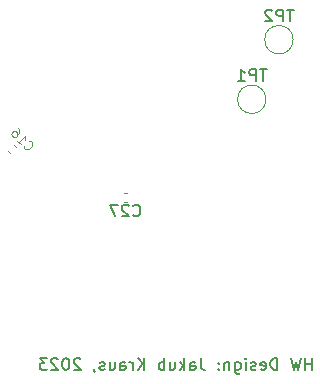
<source format=gbr>
%TF.GenerationSoftware,KiCad,Pcbnew,7.0.6*%
%TF.CreationDate,2023-10-15T13:38:33+02:00*%
%TF.ProjectId,fx3lahw,6678336c-6168-4772-9e6b-696361645f70,rev?*%
%TF.SameCoordinates,Original*%
%TF.FileFunction,Legend,Bot*%
%TF.FilePolarity,Positive*%
%FSLAX46Y46*%
G04 Gerber Fmt 4.6, Leading zero omitted, Abs format (unit mm)*
G04 Created by KiCad (PCBNEW 7.0.6) date 2023-10-15 13:38:33*
%MOMM*%
%LPD*%
G01*
G04 APERTURE LIST*
%ADD10C,0.150000*%
%ADD11C,0.120000*%
G04 APERTURE END LIST*
D10*
X105729220Y-187727190D02*
X105729220Y-186727190D01*
X105729220Y-187203380D02*
X105157792Y-187203380D01*
X105157792Y-187727190D02*
X105157792Y-186727190D01*
X104776839Y-186727190D02*
X104538744Y-187727190D01*
X104538744Y-187727190D02*
X104348268Y-187012904D01*
X104348268Y-187012904D02*
X104157792Y-187727190D01*
X104157792Y-187727190D02*
X103919697Y-186727190D01*
X102776839Y-187727190D02*
X102776839Y-186727190D01*
X102776839Y-186727190D02*
X102538744Y-186727190D01*
X102538744Y-186727190D02*
X102395887Y-186774809D01*
X102395887Y-186774809D02*
X102300649Y-186870047D01*
X102300649Y-186870047D02*
X102253030Y-186965285D01*
X102253030Y-186965285D02*
X102205411Y-187155761D01*
X102205411Y-187155761D02*
X102205411Y-187298618D01*
X102205411Y-187298618D02*
X102253030Y-187489094D01*
X102253030Y-187489094D02*
X102300649Y-187584332D01*
X102300649Y-187584332D02*
X102395887Y-187679571D01*
X102395887Y-187679571D02*
X102538744Y-187727190D01*
X102538744Y-187727190D02*
X102776839Y-187727190D01*
X101395887Y-187679571D02*
X101491125Y-187727190D01*
X101491125Y-187727190D02*
X101681601Y-187727190D01*
X101681601Y-187727190D02*
X101776839Y-187679571D01*
X101776839Y-187679571D02*
X101824458Y-187584332D01*
X101824458Y-187584332D02*
X101824458Y-187203380D01*
X101824458Y-187203380D02*
X101776839Y-187108142D01*
X101776839Y-187108142D02*
X101681601Y-187060523D01*
X101681601Y-187060523D02*
X101491125Y-187060523D01*
X101491125Y-187060523D02*
X101395887Y-187108142D01*
X101395887Y-187108142D02*
X101348268Y-187203380D01*
X101348268Y-187203380D02*
X101348268Y-187298618D01*
X101348268Y-187298618D02*
X101824458Y-187393856D01*
X100967315Y-187679571D02*
X100872077Y-187727190D01*
X100872077Y-187727190D02*
X100681601Y-187727190D01*
X100681601Y-187727190D02*
X100586363Y-187679571D01*
X100586363Y-187679571D02*
X100538744Y-187584332D01*
X100538744Y-187584332D02*
X100538744Y-187536713D01*
X100538744Y-187536713D02*
X100586363Y-187441475D01*
X100586363Y-187441475D02*
X100681601Y-187393856D01*
X100681601Y-187393856D02*
X100824458Y-187393856D01*
X100824458Y-187393856D02*
X100919696Y-187346237D01*
X100919696Y-187346237D02*
X100967315Y-187250999D01*
X100967315Y-187250999D02*
X100967315Y-187203380D01*
X100967315Y-187203380D02*
X100919696Y-187108142D01*
X100919696Y-187108142D02*
X100824458Y-187060523D01*
X100824458Y-187060523D02*
X100681601Y-187060523D01*
X100681601Y-187060523D02*
X100586363Y-187108142D01*
X100110172Y-187727190D02*
X100110172Y-187060523D01*
X100110172Y-186727190D02*
X100157791Y-186774809D01*
X100157791Y-186774809D02*
X100110172Y-186822428D01*
X100110172Y-186822428D02*
X100062553Y-186774809D01*
X100062553Y-186774809D02*
X100110172Y-186727190D01*
X100110172Y-186727190D02*
X100110172Y-186822428D01*
X99205411Y-187060523D02*
X99205411Y-187870047D01*
X99205411Y-187870047D02*
X99253030Y-187965285D01*
X99253030Y-187965285D02*
X99300649Y-188012904D01*
X99300649Y-188012904D02*
X99395887Y-188060523D01*
X99395887Y-188060523D02*
X99538744Y-188060523D01*
X99538744Y-188060523D02*
X99633982Y-188012904D01*
X99205411Y-187679571D02*
X99300649Y-187727190D01*
X99300649Y-187727190D02*
X99491125Y-187727190D01*
X99491125Y-187727190D02*
X99586363Y-187679571D01*
X99586363Y-187679571D02*
X99633982Y-187631951D01*
X99633982Y-187631951D02*
X99681601Y-187536713D01*
X99681601Y-187536713D02*
X99681601Y-187250999D01*
X99681601Y-187250999D02*
X99633982Y-187155761D01*
X99633982Y-187155761D02*
X99586363Y-187108142D01*
X99586363Y-187108142D02*
X99491125Y-187060523D01*
X99491125Y-187060523D02*
X99300649Y-187060523D01*
X99300649Y-187060523D02*
X99205411Y-187108142D01*
X98729220Y-187060523D02*
X98729220Y-187727190D01*
X98729220Y-187155761D02*
X98681601Y-187108142D01*
X98681601Y-187108142D02*
X98586363Y-187060523D01*
X98586363Y-187060523D02*
X98443506Y-187060523D01*
X98443506Y-187060523D02*
X98348268Y-187108142D01*
X98348268Y-187108142D02*
X98300649Y-187203380D01*
X98300649Y-187203380D02*
X98300649Y-187727190D01*
X97824458Y-187631951D02*
X97776839Y-187679571D01*
X97776839Y-187679571D02*
X97824458Y-187727190D01*
X97824458Y-187727190D02*
X97872077Y-187679571D01*
X97872077Y-187679571D02*
X97824458Y-187631951D01*
X97824458Y-187631951D02*
X97824458Y-187727190D01*
X97824458Y-187108142D02*
X97776839Y-187155761D01*
X97776839Y-187155761D02*
X97824458Y-187203380D01*
X97824458Y-187203380D02*
X97872077Y-187155761D01*
X97872077Y-187155761D02*
X97824458Y-187108142D01*
X97824458Y-187108142D02*
X97824458Y-187203380D01*
X96300649Y-186727190D02*
X96300649Y-187441475D01*
X96300649Y-187441475D02*
X96348268Y-187584332D01*
X96348268Y-187584332D02*
X96443506Y-187679571D01*
X96443506Y-187679571D02*
X96586363Y-187727190D01*
X96586363Y-187727190D02*
X96681601Y-187727190D01*
X95395887Y-187727190D02*
X95395887Y-187203380D01*
X95395887Y-187203380D02*
X95443506Y-187108142D01*
X95443506Y-187108142D02*
X95538744Y-187060523D01*
X95538744Y-187060523D02*
X95729220Y-187060523D01*
X95729220Y-187060523D02*
X95824458Y-187108142D01*
X95395887Y-187679571D02*
X95491125Y-187727190D01*
X95491125Y-187727190D02*
X95729220Y-187727190D01*
X95729220Y-187727190D02*
X95824458Y-187679571D01*
X95824458Y-187679571D02*
X95872077Y-187584332D01*
X95872077Y-187584332D02*
X95872077Y-187489094D01*
X95872077Y-187489094D02*
X95824458Y-187393856D01*
X95824458Y-187393856D02*
X95729220Y-187346237D01*
X95729220Y-187346237D02*
X95491125Y-187346237D01*
X95491125Y-187346237D02*
X95395887Y-187298618D01*
X94919696Y-187727190D02*
X94919696Y-186727190D01*
X94824458Y-187346237D02*
X94538744Y-187727190D01*
X94538744Y-187060523D02*
X94919696Y-187441475D01*
X93681601Y-187060523D02*
X93681601Y-187727190D01*
X94110172Y-187060523D02*
X94110172Y-187584332D01*
X94110172Y-187584332D02*
X94062553Y-187679571D01*
X94062553Y-187679571D02*
X93967315Y-187727190D01*
X93967315Y-187727190D02*
X93824458Y-187727190D01*
X93824458Y-187727190D02*
X93729220Y-187679571D01*
X93729220Y-187679571D02*
X93681601Y-187631951D01*
X93205410Y-187727190D02*
X93205410Y-186727190D01*
X93205410Y-187108142D02*
X93110172Y-187060523D01*
X93110172Y-187060523D02*
X92919696Y-187060523D01*
X92919696Y-187060523D02*
X92824458Y-187108142D01*
X92824458Y-187108142D02*
X92776839Y-187155761D01*
X92776839Y-187155761D02*
X92729220Y-187250999D01*
X92729220Y-187250999D02*
X92729220Y-187536713D01*
X92729220Y-187536713D02*
X92776839Y-187631951D01*
X92776839Y-187631951D02*
X92824458Y-187679571D01*
X92824458Y-187679571D02*
X92919696Y-187727190D01*
X92919696Y-187727190D02*
X93110172Y-187727190D01*
X93110172Y-187727190D02*
X93205410Y-187679571D01*
X91538743Y-187727190D02*
X91538743Y-186727190D01*
X90967315Y-187727190D02*
X91395886Y-187155761D01*
X90967315Y-186727190D02*
X91538743Y-187298618D01*
X90538743Y-187727190D02*
X90538743Y-187060523D01*
X90538743Y-187250999D02*
X90491124Y-187155761D01*
X90491124Y-187155761D02*
X90443505Y-187108142D01*
X90443505Y-187108142D02*
X90348267Y-187060523D01*
X90348267Y-187060523D02*
X90253029Y-187060523D01*
X89491124Y-187727190D02*
X89491124Y-187203380D01*
X89491124Y-187203380D02*
X89538743Y-187108142D01*
X89538743Y-187108142D02*
X89633981Y-187060523D01*
X89633981Y-187060523D02*
X89824457Y-187060523D01*
X89824457Y-187060523D02*
X89919695Y-187108142D01*
X89491124Y-187679571D02*
X89586362Y-187727190D01*
X89586362Y-187727190D02*
X89824457Y-187727190D01*
X89824457Y-187727190D02*
X89919695Y-187679571D01*
X89919695Y-187679571D02*
X89967314Y-187584332D01*
X89967314Y-187584332D02*
X89967314Y-187489094D01*
X89967314Y-187489094D02*
X89919695Y-187393856D01*
X89919695Y-187393856D02*
X89824457Y-187346237D01*
X89824457Y-187346237D02*
X89586362Y-187346237D01*
X89586362Y-187346237D02*
X89491124Y-187298618D01*
X88586362Y-187060523D02*
X88586362Y-187727190D01*
X89014933Y-187060523D02*
X89014933Y-187584332D01*
X89014933Y-187584332D02*
X88967314Y-187679571D01*
X88967314Y-187679571D02*
X88872076Y-187727190D01*
X88872076Y-187727190D02*
X88729219Y-187727190D01*
X88729219Y-187727190D02*
X88633981Y-187679571D01*
X88633981Y-187679571D02*
X88586362Y-187631951D01*
X88157790Y-187679571D02*
X88062552Y-187727190D01*
X88062552Y-187727190D02*
X87872076Y-187727190D01*
X87872076Y-187727190D02*
X87776838Y-187679571D01*
X87776838Y-187679571D02*
X87729219Y-187584332D01*
X87729219Y-187584332D02*
X87729219Y-187536713D01*
X87729219Y-187536713D02*
X87776838Y-187441475D01*
X87776838Y-187441475D02*
X87872076Y-187393856D01*
X87872076Y-187393856D02*
X88014933Y-187393856D01*
X88014933Y-187393856D02*
X88110171Y-187346237D01*
X88110171Y-187346237D02*
X88157790Y-187250999D01*
X88157790Y-187250999D02*
X88157790Y-187203380D01*
X88157790Y-187203380D02*
X88110171Y-187108142D01*
X88110171Y-187108142D02*
X88014933Y-187060523D01*
X88014933Y-187060523D02*
X87872076Y-187060523D01*
X87872076Y-187060523D02*
X87776838Y-187108142D01*
X87253028Y-187679571D02*
X87253028Y-187727190D01*
X87253028Y-187727190D02*
X87300647Y-187822428D01*
X87300647Y-187822428D02*
X87348266Y-187870047D01*
X86110171Y-186822428D02*
X86062552Y-186774809D01*
X86062552Y-186774809D02*
X85967314Y-186727190D01*
X85967314Y-186727190D02*
X85729219Y-186727190D01*
X85729219Y-186727190D02*
X85633981Y-186774809D01*
X85633981Y-186774809D02*
X85586362Y-186822428D01*
X85586362Y-186822428D02*
X85538743Y-186917666D01*
X85538743Y-186917666D02*
X85538743Y-187012904D01*
X85538743Y-187012904D02*
X85586362Y-187155761D01*
X85586362Y-187155761D02*
X86157790Y-187727190D01*
X86157790Y-187727190D02*
X85538743Y-187727190D01*
X84919695Y-186727190D02*
X84824457Y-186727190D01*
X84824457Y-186727190D02*
X84729219Y-186774809D01*
X84729219Y-186774809D02*
X84681600Y-186822428D01*
X84681600Y-186822428D02*
X84633981Y-186917666D01*
X84633981Y-186917666D02*
X84586362Y-187108142D01*
X84586362Y-187108142D02*
X84586362Y-187346237D01*
X84586362Y-187346237D02*
X84633981Y-187536713D01*
X84633981Y-187536713D02*
X84681600Y-187631951D01*
X84681600Y-187631951D02*
X84729219Y-187679571D01*
X84729219Y-187679571D02*
X84824457Y-187727190D01*
X84824457Y-187727190D02*
X84919695Y-187727190D01*
X84919695Y-187727190D02*
X85014933Y-187679571D01*
X85014933Y-187679571D02*
X85062552Y-187631951D01*
X85062552Y-187631951D02*
X85110171Y-187536713D01*
X85110171Y-187536713D02*
X85157790Y-187346237D01*
X85157790Y-187346237D02*
X85157790Y-187108142D01*
X85157790Y-187108142D02*
X85110171Y-186917666D01*
X85110171Y-186917666D02*
X85062552Y-186822428D01*
X85062552Y-186822428D02*
X85014933Y-186774809D01*
X85014933Y-186774809D02*
X84919695Y-186727190D01*
X84205409Y-186822428D02*
X84157790Y-186774809D01*
X84157790Y-186774809D02*
X84062552Y-186727190D01*
X84062552Y-186727190D02*
X83824457Y-186727190D01*
X83824457Y-186727190D02*
X83729219Y-186774809D01*
X83729219Y-186774809D02*
X83681600Y-186822428D01*
X83681600Y-186822428D02*
X83633981Y-186917666D01*
X83633981Y-186917666D02*
X83633981Y-187012904D01*
X83633981Y-187012904D02*
X83681600Y-187155761D01*
X83681600Y-187155761D02*
X84253028Y-187727190D01*
X84253028Y-187727190D02*
X83633981Y-187727190D01*
X83300647Y-186727190D02*
X82681600Y-186727190D01*
X82681600Y-186727190D02*
X83014933Y-187108142D01*
X83014933Y-187108142D02*
X82872076Y-187108142D01*
X82872076Y-187108142D02*
X82776838Y-187155761D01*
X82776838Y-187155761D02*
X82729219Y-187203380D01*
X82729219Y-187203380D02*
X82681600Y-187298618D01*
X82681600Y-187298618D02*
X82681600Y-187536713D01*
X82681600Y-187536713D02*
X82729219Y-187631951D01*
X82729219Y-187631951D02*
X82776838Y-187679571D01*
X82776838Y-187679571D02*
X82872076Y-187727190D01*
X82872076Y-187727190D02*
X83157790Y-187727190D01*
X83157790Y-187727190D02*
X83253028Y-187679571D01*
X83253028Y-187679571D02*
X83300647Y-187631951D01*
X90574721Y-174626554D02*
X90622340Y-174674174D01*
X90622340Y-174674174D02*
X90765197Y-174721793D01*
X90765197Y-174721793D02*
X90860435Y-174721793D01*
X90860435Y-174721793D02*
X91003292Y-174674174D01*
X91003292Y-174674174D02*
X91098530Y-174578935D01*
X91098530Y-174578935D02*
X91146149Y-174483697D01*
X91146149Y-174483697D02*
X91193768Y-174293221D01*
X91193768Y-174293221D02*
X91193768Y-174150364D01*
X91193768Y-174150364D02*
X91146149Y-173959888D01*
X91146149Y-173959888D02*
X91098530Y-173864650D01*
X91098530Y-173864650D02*
X91003292Y-173769412D01*
X91003292Y-173769412D02*
X90860435Y-173721793D01*
X90860435Y-173721793D02*
X90765197Y-173721793D01*
X90765197Y-173721793D02*
X90622340Y-173769412D01*
X90622340Y-173769412D02*
X90574721Y-173817031D01*
X90193768Y-173817031D02*
X90146149Y-173769412D01*
X90146149Y-173769412D02*
X90050911Y-173721793D01*
X90050911Y-173721793D02*
X89812816Y-173721793D01*
X89812816Y-173721793D02*
X89717578Y-173769412D01*
X89717578Y-173769412D02*
X89669959Y-173817031D01*
X89669959Y-173817031D02*
X89622340Y-173912269D01*
X89622340Y-173912269D02*
X89622340Y-174007507D01*
X89622340Y-174007507D02*
X89669959Y-174150364D01*
X89669959Y-174150364D02*
X90241387Y-174721793D01*
X90241387Y-174721793D02*
X89622340Y-174721793D01*
X89289006Y-173721793D02*
X88622340Y-173721793D01*
X88622340Y-173721793D02*
X89050911Y-174721793D01*
X104177904Y-157214190D02*
X103606476Y-157214190D01*
X103892190Y-158214190D02*
X103892190Y-157214190D01*
X103273142Y-158214190D02*
X103273142Y-157214190D01*
X103273142Y-157214190D02*
X102892190Y-157214190D01*
X102892190Y-157214190D02*
X102796952Y-157261809D01*
X102796952Y-157261809D02*
X102749333Y-157309428D01*
X102749333Y-157309428D02*
X102701714Y-157404666D01*
X102701714Y-157404666D02*
X102701714Y-157547523D01*
X102701714Y-157547523D02*
X102749333Y-157642761D01*
X102749333Y-157642761D02*
X102796952Y-157690380D01*
X102796952Y-157690380D02*
X102892190Y-157737999D01*
X102892190Y-157737999D02*
X103273142Y-157737999D01*
X102320761Y-157309428D02*
X102273142Y-157261809D01*
X102273142Y-157261809D02*
X102177904Y-157214190D01*
X102177904Y-157214190D02*
X101939809Y-157214190D01*
X101939809Y-157214190D02*
X101844571Y-157261809D01*
X101844571Y-157261809D02*
X101796952Y-157309428D01*
X101796952Y-157309428D02*
X101749333Y-157404666D01*
X101749333Y-157404666D02*
X101749333Y-157499904D01*
X101749333Y-157499904D02*
X101796952Y-157642761D01*
X101796952Y-157642761D02*
X102368380Y-158214190D01*
X102368380Y-158214190D02*
X101749333Y-158214190D01*
X101877904Y-162264190D02*
X101306476Y-162264190D01*
X101592190Y-163264190D02*
X101592190Y-162264190D01*
X100973142Y-163264190D02*
X100973142Y-162264190D01*
X100973142Y-162264190D02*
X100592190Y-162264190D01*
X100592190Y-162264190D02*
X100496952Y-162311809D01*
X100496952Y-162311809D02*
X100449333Y-162359428D01*
X100449333Y-162359428D02*
X100401714Y-162454666D01*
X100401714Y-162454666D02*
X100401714Y-162597523D01*
X100401714Y-162597523D02*
X100449333Y-162692761D01*
X100449333Y-162692761D02*
X100496952Y-162740380D01*
X100496952Y-162740380D02*
X100592190Y-162787999D01*
X100592190Y-162787999D02*
X100973142Y-162787999D01*
X99449333Y-163264190D02*
X100020761Y-163264190D01*
X99735047Y-163264190D02*
X99735047Y-162264190D01*
X99735047Y-162264190D02*
X99830285Y-162407047D01*
X99830285Y-162407047D02*
X99925523Y-162502285D01*
X99925523Y-162502285D02*
X100020761Y-162549904D01*
D11*
X81323160Y-168780862D02*
X81323160Y-168834737D01*
X81323160Y-168834737D02*
X81377035Y-168942487D01*
X81377035Y-168942487D02*
X81430909Y-168996361D01*
X81430909Y-168996361D02*
X81538659Y-169050236D01*
X81538659Y-169050236D02*
X81646409Y-169050236D01*
X81646409Y-169050236D02*
X81727221Y-169023299D01*
X81727221Y-169023299D02*
X81861908Y-168942487D01*
X81861908Y-168942487D02*
X81942720Y-168861674D01*
X81942720Y-168861674D02*
X82023532Y-168726987D01*
X82023532Y-168726987D02*
X82050470Y-168646175D01*
X82050470Y-168646175D02*
X82050470Y-168538426D01*
X82050470Y-168538426D02*
X81996595Y-168430676D01*
X81996595Y-168430676D02*
X81942720Y-168376801D01*
X81942720Y-168376801D02*
X81834971Y-168322926D01*
X81834971Y-168322926D02*
X81781096Y-168322926D01*
X80730537Y-168295989D02*
X81053786Y-168619238D01*
X80892161Y-168457613D02*
X81457847Y-167891928D01*
X81457847Y-167891928D02*
X81430909Y-168026615D01*
X81430909Y-168026615D02*
X81430909Y-168134365D01*
X81430909Y-168134365D02*
X81457847Y-168215177D01*
X80811349Y-167245430D02*
X80919099Y-167353180D01*
X80919099Y-167353180D02*
X80946036Y-167433992D01*
X80946036Y-167433992D02*
X80946036Y-167487867D01*
X80946036Y-167487867D02*
X80919099Y-167622554D01*
X80919099Y-167622554D02*
X80838286Y-167757241D01*
X80838286Y-167757241D02*
X80622787Y-167972740D01*
X80622787Y-167972740D02*
X80541975Y-167999677D01*
X80541975Y-167999677D02*
X80488100Y-167999677D01*
X80488100Y-167999677D02*
X80407288Y-167972740D01*
X80407288Y-167972740D02*
X80299538Y-167864990D01*
X80299538Y-167864990D02*
X80272601Y-167784178D01*
X80272601Y-167784178D02*
X80272601Y-167730303D01*
X80272601Y-167730303D02*
X80299538Y-167649491D01*
X80299538Y-167649491D02*
X80434225Y-167514804D01*
X80434225Y-167514804D02*
X80515038Y-167487867D01*
X80515038Y-167487867D02*
X80568912Y-167487867D01*
X80568912Y-167487867D02*
X80649725Y-167514804D01*
X80649725Y-167514804D02*
X80757474Y-167622554D01*
X80757474Y-167622554D02*
X80784412Y-167703366D01*
X80784412Y-167703366D02*
X80784412Y-167757241D01*
X80784412Y-167757241D02*
X80757474Y-167838053D01*
%TO.C,C27*%
X89824028Y-172746974D02*
X90039700Y-172746974D01*
X89824028Y-173466974D02*
X90039700Y-173466974D01*
%TO.C,TP2*%
X104116000Y-159757371D02*
G75*
G03*
X104116000Y-159757371I-1200000J0D01*
G01*
%TO.C,TP1*%
X101816000Y-164807371D02*
G75*
G03*
X101816000Y-164807371I-1200000J0D01*
G01*
%TO.C,C16*%
X80164364Y-169364852D02*
X80011861Y-169212349D01*
X80673481Y-168855735D02*
X80520978Y-168703232D01*
%TD*%
M02*

</source>
